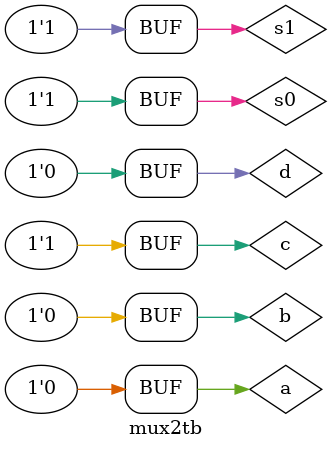
<source format=v>
`timescale 1ns / 1ps


module mux2tb;

	// Inputs
	reg a;
	reg b;
	reg c;
	reg d;
	reg s0;
	reg s1;

	// Outputs
	wire y;

	// Instantiate the Unit Under Test (UUT)
	mux2 uut (
		.a(a), 
		.b(b), 
		.c(c), 
		.d(d), 
		.s0(s0), 
		.s1(s1), 
		.y(y)
	);
	initial begin
	$monitor("$time=$g,s0=%b,s1=%b,y=%b",$time,s0,s1,y);
	end

	initial begin
		// Initialize Inputs
		a = 1;b = 0;c = 0;d = 0;s0 = 0;s1 = 1;

		// Wait 100 ns for global reset to finish
		#100;a = 1;b = 1;c = 0;d = 1;s0 = 1;s1 = 1;
		#100;a = 1;b = 1;c = 0;d = 1;s0 = 1;s1 = 0;
      #100;a = 0;b = 0;c = 1;d = 0;s0 = 1;s1 = 1;
      
		
		// Add stimulus here

	end
      
endmodule


</source>
